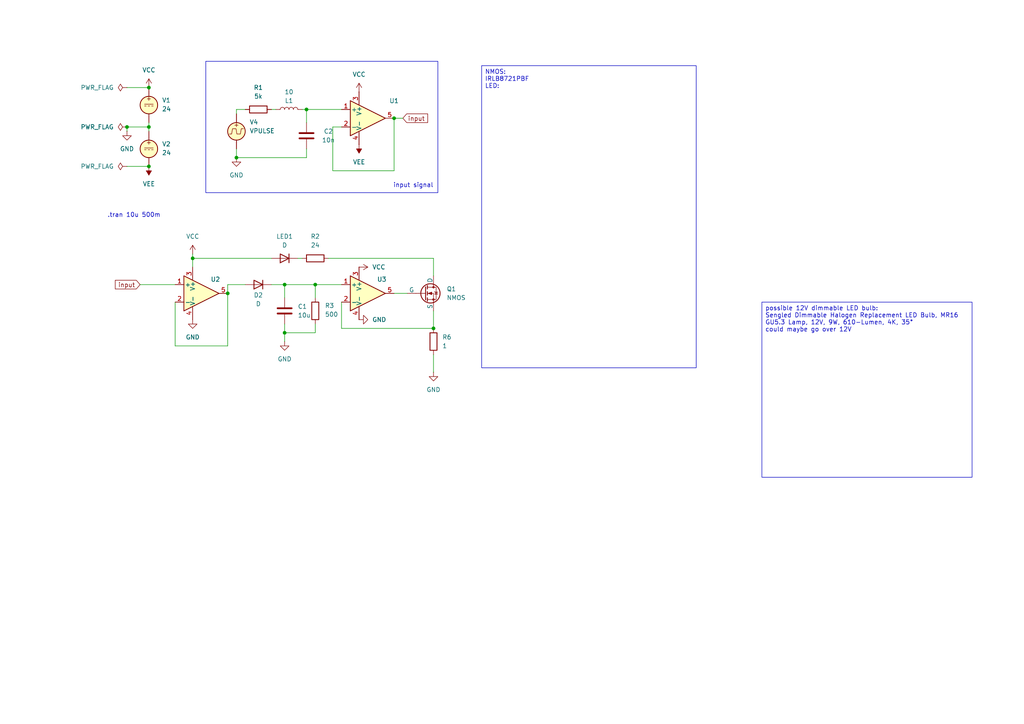
<source format=kicad_sch>
(kicad_sch (version 20231120) (generator "eeschema") (generator_version "8.0")
  (paper "A4")
  (lib_symbols
    (symbol "Device:C" (pin_numbers hide) (pin_names (offset 0.254))
      (property "Reference" "C" (at 0.635 2.54 0))
      (property "Value" "C" (at 0.635 -2.54 0))
      (symbol "C_0_1"
        (polyline (pts (xy -2.032 -0.762) (xy 2.032 -0.762)) (stroke (width 0.508)))
        (polyline (pts (xy -2.032 0.762) (xy 2.032 0.762)) (stroke (width 0.508)))
      )
      (symbol "C_1_1"
        (pin passive line (at 0 3.81 270) (length 2.794) (name "~") (number "1"))
        (pin passive line (at 0 -3.81 90) (length 2.794) (name "~") (number "2"))
      )
    )
    (symbol "Device:D" (pin_numbers hide) (pin_names (offset 1.016) hide)
      (property "Reference" "D" (at 0 2.54 0))
      (property "Value" "D" (at 0 -2.54 0))
      (symbol "D_0_1"
        (polyline (pts (xy -1.27 1.27) (xy -1.27 -1.27)) (stroke (width 0.254)))
        (polyline (pts (xy 1.27 0) (xy -1.27 0)))
        (polyline (pts (xy 1.27 1.27) (xy 1.27 -1.27) (xy -1.27 0) (xy 1.27 1.27)) (stroke (width 0.254)))
      )
      (symbol "D_1_1"
        (pin passive line (at -3.81 0 0) (length 2.54) (name "K") (number "1"))
        (pin passive line (at 3.81 0 180) (length 2.54) (name "A") (number "2"))
      )
    )
    (symbol "Device:L" (pin_numbers hide) (pin_names (offset 1.016) hide)
      (property "Reference" "L" (at -1.27 0 90))
      (property "Value" "L" (at 1.905 0 90))
      (symbol "L_0_1"
        (arc (start 0 -2.54) (mid 0.6323 -1.905) (end 0 -1.27))
        (arc (start 0 -1.27) (mid 0.6323 -0.635) (end 0 0))
        (arc (start 0 0) (mid 0.6323 0.635) (end 0 1.27))
        (arc (start 0 1.27) (mid 0.6323 1.905) (end 0 2.54))
      )
      (symbol "L_1_1"
        (pin passive line (at 0 3.81 270) (length 1.27) (name "1") (number "1"))
        (pin passive line (at 0 -3.81 90) (length 1.27) (name "2") (number "2"))
      )
    )
    (symbol "Device:R" (pin_numbers hide) (pin_names (offset 0))
      (property "Reference" "R" (at 2.032 0 90))
      (property "Value" "R" (at 0 0 90))
      (symbol "R_0_1"
        (rectangle (start -1.016 -2.54) (end 1.016 2.54) (stroke (width 0.254)))
      )
      (symbol "R_1_1"
        (pin passive line (at 0 3.81 270) (length 1.27) (name "~") (number "1"))
        (pin passive line (at 0 -3.81 90) (length 1.27) (name "~") (number "2"))
      )
    )
    (symbol "Simulation_SPICE:NMOS" (pin_numbers hide) (pin_names (offset 0))
      (property "Reference" "Q" (at 5.08 1.27 0))
      (property "Value" "NMOS" (at 5.08 -1.27 0))
      (symbol "NMOS_0_1"
        (polyline (pts (xy 0.254 0) (xy -2.54 0)))
        (polyline (pts (xy 0.254 1.905) (xy 0.254 -1.905)) (stroke (width 0.254)))
        (polyline (pts (xy 0.762 -1.27) (xy 0.762 -2.286)) (stroke (width 0.254)))
        (polyline (pts (xy 0.762 0.508) (xy 0.762 -0.508)) (stroke (width 0.254)))
        (polyline (pts (xy 0.762 2.286) (xy 0.762 1.27)) (stroke (width 0.254)))
        (polyline (pts (xy 2.54 2.54) (xy 2.54 1.778)))
        (polyline (pts (xy 2.54 -2.54) (xy 2.54 0) (xy 0.762 0)))
        (polyline (pts (xy 0.762 -1.778) (xy 3.302 -1.778) (xy 3.302 1.778) (xy 0.762 1.778)))
        (polyline (pts (xy 1.016 0) (xy 2.032 0.381) (xy 2.032 -0.381) (xy 1.016 0)) (fill (type outline)))
        (polyline (pts (xy 2.794 0.508) (xy 2.921 0.381) (xy 3.683 0.381) (xy 3.81 0.254)))
        (polyline (pts (xy 3.302 0.381) (xy 2.921 -0.254) (xy 3.683 -0.254) (xy 3.302 0.381)))
        (circle (center 1.651 0) (radius 2.794) (stroke (width 0.254)))
        (circle (center 2.54 -1.778) (radius 0.254) (fill (type outline)))
        (circle (center 2.54 1.778) (radius 0.254) (fill (type outline)))
      )
      (symbol "NMOS_1_1"
        (pin passive line (at 2.54 5.08 270) (length 2.54) (name "D") (number "1"))
        (pin input line (at -5.08 0 0) (length 2.54) (name "G") (number "2"))
        (pin passive line (at 2.54 -5.08 90) (length 2.54) (name "S") (number "3"))
      )
    )
    (symbol "Simulation_SPICE:OPAMP" (pin_names (offset 0.254))
      (property "Reference" "U" (at 3.81 3.175 0))
      (property "Value" "${SIM.PARAMS}" (at 3.81 -3.175 0))
      (symbol "OPAMP_0_1"
        (polyline (pts (xy 5.08 0) (xy -5.08 5.08) (xy -5.08 -5.08) (xy 5.08 0)) (stroke (width 0.254)) (fill (type background)))
      )
      (symbol "OPAMP_1_1"
        (pin input line (at -7.62 2.54 0) (length 2.54) (name "+") (number "1"))
        (pin input line (at -7.62 -2.54 0) (length 2.54) (name "-") (number "2"))
        (pin power_in line (at -2.54 7.62 270) (length 3.81) (name "V+") (number "3"))
        (pin power_in line (at -2.54 -7.62 90) (length 3.81) (name "V-") (number "4"))
        (pin output line (at 7.62 0 180) (length 2.54) (name "~") (number "5"))
      )
    )
    (symbol "Simulation_SPICE:VDC" (pin_numbers hide) (pin_names (offset 0.0254))
      (property "Reference" "V" (at 2.54 2.54 0))
      (property "Value" "1" (at 2.54 0 0))
      (symbol "VDC_0_0"
        (polyline (pts (xy -1.27 0.254) (xy 1.27 0.254)))
        (polyline (pts (xy -0.762 -0.254) (xy -1.27 -0.254)))
        (polyline (pts (xy 0.254 -0.254) (xy -0.254 -0.254)))
        (polyline (pts (xy 1.27 -0.254) (xy 0.762 -0.254)))
        (text "+" (at 0 1.905 0) (effects (font (size 1.27 1.27))))
      )
      (symbol "VDC_0_1"
        (circle (center 0 0) (radius 2.54) (stroke (width 0.254)) (fill (type background)))
      )
      (symbol "VDC_1_1"
        (pin passive line (at 0 5.08 270) (length 2.54) (name "~") (number "1"))
        (pin passive line (at 0 -5.08 90) (length 2.54) (name "~") (number "2"))
      )
    )
    (symbol "Simulation_SPICE:VPULSE" (pin_numbers hide) (pin_names (offset 0.0254))
      (property "Reference" "V" (at 2.54 2.54 0))
      (property "Value" "VPULSE" (at 2.54 0 0))
      (property "Sim.Params" "y1=0 y2=1 td=2n tr=2n tf=2n tw=50n per=100n" (at 2.54 -2.54 0))
      (symbol "VPULSE_0_0"
        (polyline (pts (xy -2.032 -0.762) (xy -1.397 -0.762) (xy -1.143 0.762) (xy -0.127 0.762) (xy 0.127 -0.762) (xy 1.143 -0.762) (xy 1.397 0.762) (xy 2.032 0.762)))
        (text "+" (at 0 1.905 0) (effects (font (size 1.27 1.27))))
      )
      (symbol "VPULSE_0_1"
        (circle (center 0 0) (radius 2.54) (stroke (width 0.254)) (fill (type background)))
      )
      (symbol "VPULSE_1_1"
        (pin passive line (at 0 5.08 270) (length 2.54) (name "~") (number "1"))
        (pin passive line (at 0 -5.08 90) (length 2.54) (name "~") (number "2"))
      )
    )
    (symbol "power:-5V" (power) (pin_numbers hide) (pin_names (offset 0) hide)
      (property "Value" "-5V" (at 0 3.556 0))
      (symbol "-5V_0_0"
        (pin power_in line (at 0 0 90) (length 0) (name "~") (number "1"))
      )
      (symbol "-5V_0_1"
        (polyline (pts (xy 0 0) (xy 0 1.27) (xy 0.762 1.27) (xy 0 2.54) (xy -0.762 1.27) (xy 0 1.27)) (fill (type outline)))
      )
    )
    (symbol "power:GND" (power) (pin_numbers hide) (pin_names (offset 0) hide)
      (property "Value" "GND" (at 0 -3.81 0))
      (symbol "GND_0_1"
        (polyline (pts (xy 0 0) (xy 0 -1.27) (xy 1.27 -1.27) (xy 0 -2.54) (xy -1.27 -1.27) (xy 0 -1.27)))
      )
      (symbol "GND_1_1"
        (pin power_in line (at 0 0 270) (length 0) (name "~") (number "1"))
      )
    )
    (symbol "power:PWR_FLAG" (power) (pin_numbers hide) (pin_names (offset 0) hide)
      (property "Value" "PWR_FLAG" (at 0 3.81 0))
      (symbol "PWR_FLAG_0_0"
        (pin power_out line (at 0 0 90) (length 0) (name "~") (number "1"))
      )
      (symbol "PWR_FLAG_0_1"
        (polyline (pts (xy 0 0) (xy 0 1.27) (xy -1.016 1.905) (xy 0 2.54) (xy 1.016 1.905) (xy 0 1.27)))
      )
    )
    (symbol "power:VCC" (power) (pin_numbers hide) (pin_names (offset 0) hide)
      (property "Value" "VCC" (at 0 3.556 0))
      (symbol "VCC_0_1"
        (polyline (pts (xy -0.762 1.27) (xy 0 2.54)))
        (polyline (pts (xy 0 0) (xy 0 2.54)))
        (polyline (pts (xy 0 2.54) (xy 0.762 1.27)))
      )
      (symbol "VCC_1_1"
        (pin power_in line (at 0 0 90) (length 0) (name "~") (number "1"))
      )
    )
    (symbol "power:VEE" (power) (pin_numbers hide) (pin_names (offset 0) hide)
      (property "Value" "VEE" (at 0 3.556 0))
      (symbol "VEE_0_1"
        (polyline (pts (xy 0 0) (xy 0 2.54)))
        (polyline (pts (xy 0.762 1.27) (xy -0.762 1.27) (xy 0 2.54) (xy 0.762 1.27)) (fill (type outline)))
      )
      (symbol "VEE_1_1"
        (pin power_in line (at 0 0 90) (length 0) (name "~") (number "1"))
      )
    )
  )
  (junction (at 43.18 36.83))
  (junction (at 43.18 25.4))
  (junction (at 82.55 96.52))
  (junction (at 43.18 48.26))
  (junction (at 66.04 85.09))
  (junction (at 68.58 45.72))
  (junction (at 91.44 82.55))
  (junction (at 36.83 36.83))
  (junction (at 125.73 95.25))
  (junction (at 114.3 34.29))
  (junction (at 55.88 74.93))
  (junction (at 82.55 82.55))
  (junction (at 88.9 31.75))
  (wire (pts (xy 96.52 36.83) (xy 96.52 49.53)))
  (wire (pts (xy 68.58 43.18) (xy 68.58 45.72)))
  (wire (pts (xy 96.52 49.53) (xy 114.3 49.53)))
  (wire (pts (xy 78.74 31.75) (xy 80.01 31.75)))
  (wire (pts (xy 125.73 74.93) (xy 125.73 80.01)))
  (wire (pts (xy 91.44 82.55) (xy 91.44 86.36)))
  (wire (pts (xy 99.06 87.63) (xy 99.06 95.25)))
  (wire (pts (xy 36.83 25.4) (xy 43.18 25.4)))
  (wire (pts (xy 95.25 74.93) (xy 125.73 74.93)))
  (wire (pts (xy 99.06 36.83) (xy 96.52 36.83)))
  (wire (pts (xy 88.9 43.18) (xy 88.9 45.72)))
  (wire (pts (xy 82.55 82.55) (xy 91.44 82.55)))
  (wire (pts (xy 88.9 35.56) (xy 88.9 31.75)))
  (wire (pts (xy 66.04 82.55) (xy 71.12 82.55)))
  (wire (pts (xy 55.88 74.93) (xy 55.88 77.47)))
  (wire (pts (xy 114.3 34.29) (xy 116.84 34.29)))
  (wire (pts (xy 68.58 31.75) (xy 71.12 31.75)))
  (wire (pts (xy 43.18 36.83) (xy 36.83 36.83)))
  (wire (pts (xy 82.55 99.06) (xy 82.55 96.52)))
  (wire (pts (xy 91.44 96.52) (xy 91.44 93.98)))
  (wire (pts (xy 86.36 74.93) (xy 87.63 74.93)))
  (wire (pts (xy 78.74 82.55) (xy 82.55 82.55)))
  (wire (pts (xy 82.55 96.52) (xy 91.44 96.52)))
  (wire (pts (xy 91.44 82.55) (xy 99.06 82.55)))
  (wire (pts (xy 87.63 31.75) (xy 88.9 31.75)))
  (wire (pts (xy 66.04 85.09) (xy 66.04 82.55)))
  (wire (pts (xy 55.88 73.66) (xy 55.88 74.93)))
  (wire (pts (xy 114.3 34.29) (xy 114.3 49.53)))
  (wire (pts (xy 125.73 90.17) (xy 125.73 95.25)))
  (wire (pts (xy 36.83 36.83) (xy 36.83 38.1)))
  (wire (pts (xy 68.58 31.75) (xy 68.58 33.02)))
  (wire (pts (xy 66.04 100.33) (xy 66.04 85.09)))
  (wire (pts (xy 125.73 102.87) (xy 125.73 107.95)))
  (wire (pts (xy 50.8 100.33) (xy 66.04 100.33)))
  (wire (pts (xy 82.55 86.36) (xy 82.55 82.55)))
  (wire (pts (xy 43.18 35.56) (xy 43.18 36.83)))
  (wire (pts (xy 114.3 85.09) (xy 118.11 85.09)))
  (wire (pts (xy 88.9 31.75) (xy 99.06 31.75)))
  (wire (pts (xy 40.64 82.55) (xy 50.8 82.55)))
  (wire (pts (xy 36.83 48.26) (xy 43.18 48.26)))
  (wire (pts (xy 50.8 87.63) (xy 50.8 100.33)))
  (wire (pts (xy 55.88 74.93) (xy 78.74 74.93)))
  (wire (pts (xy 82.55 96.52) (xy 82.55 93.98)))
  (wire (pts (xy 99.06 95.25) (xy 125.73 95.25)))
  (wire (pts (xy 68.58 45.72) (xy 88.9 45.72)))
  (wire (pts (xy 43.18 36.83) (xy 43.18 38.1)))
  (rectangle (start 59.69 17.78) (end 127 55.88))
  (text_box "possible 12V dimmable LED bulb:\nSengled Dimmable Halogen Replacement LED Bulb, MR16 GU5.3 Lamp, 12V, 9W, 610-Lumen, 4K, 35°\ncould maybe go over 12V" (at 220.98 87.63 0) (size 60.96 50.8) (effects (font (size 1.27 1.27)) (justify left top)))
  (text_box "NMOS:\nIRLB8721PBF\nLED:" (at 139.7 19.05 0) (size 62.23 87.63) (effects (font (size 1.27 1.27)) (justify left top)))
  (text "input signal" (at 119.888 53.848 0) (effects (font (size 1.27 1.27))))
  (text ".tran 10u 500m" (at 38.862 62.484 0) (effects (font (size 1.27 1.27))))
  (global_label "input" (shape input) (at 40.64 82.55 180) (property "Intersheetrefs" "${INTERSHEET_REFS}" (effects (hide yes))))
  (global_label "input" (shape input) (at 116.84 34.29 0) (property "Intersheetrefs" "${INTERSHEET_REFS}" (effects (hide yes))))
  (symbol (lib_id "power:VEE") (at 43.18 48.26 180) (unit 1)
    (property "Reference" "#PWR04" (effects (hide yes)))
    (property "Value" "VEE" (at 43.18 53.34 0))
    (property "Description" "Power symbol creates a global label with name \"VEE\"" (effects (hide yes)))
  )
  (symbol (lib_id "power:VCC") (at 104.14 26.67 0) (unit 1)
    (property "Reference" "#PWR010" (effects (hide yes)))
    (property "Value" "VCC" (at 104.14 21.59 0))
    (property "Description" "Power symbol creates a global label with name \"VCC\"" (effects (hide yes)))
  )
  (symbol (lib_id "power:GND") (at 55.88 92.71 0) (unit 1)
    (property "Reference" "#PWR09" (effects (hide yes)))
    (property "Value" "GND" (at 55.88 97.79 0))
    (property "Description" "Power symbol creates a global label with name \"GND\" , ground" (effects (hide yes)))
  )
  (symbol (lib_id "power:GND") (at 36.83 38.1 0) (unit 1)
    (property "Reference" "#PWR02" (effects (hide yes)))
    (property "Value" "GND" (at 36.83 43.18 0))
    (property "Description" "Power symbol creates a global label with name \"GND\" , ground" (effects (hide yes)))
  )
  (symbol (lib_id "Device:L") (at 83.82 31.75 90) (unit 1)
    (property "Reference" "L1" (at 83.82 29.21 90))
    (property "Value" "10" (at 83.82 26.67 90))
    (property "Description" "Inductor" (effects (hide yes)))
  )
  (symbol (lib_id "power:VCC") (at 43.18 25.4 0) (unit 1)
    (property "Reference" "#PWR03" (effects (hide yes)))
    (property "Value" "VCC" (at 43.18 20.32 0))
    (property "Description" "Power symbol creates a global label with name \"VCC\"" (effects (hide yes)))
  )
  (symbol (lib_id "Simulation_SPICE:VDC") (at 43.18 43.18 0) (unit 1)
    (property "Reference" "V2" (at 46.99 41.7801 0) (effects (justify left)))
    (property "Value" "24" (at 46.99 44.3201 0) (effects (justify left)))
    (property "Datasheet" "https://ngspice.sourceforge.io/docs/ngspice-html-manual/manual.xhtml#sec_Independent_Sources_for" (effects (hide yes)))
    (property "Description" "Voltage source, DC" (effects (hide yes)))
    (property "Sim.Pins" "1=+ 2=-" (effects (hide yes)))
    (property "Sim.Type" "DC" (effects (hide yes)))
    (property "Sim.Device" "V" (effects (hide yes)))
  )
  (symbol (lib_id "Device:C") (at 82.55 90.17 0) (unit 1)
    (property "Reference" "C1" (at 86.36 88.8999 0) (effects (justify left)))
    (property "Value" "10u" (at 86.36 91.4399 0) (effects (justify left)))
    (property "Description" "Unpolarized capacitor" (effects (hide yes)))
  )
  (symbol (lib_id "Device:C") (at 88.9 39.37 0) (unit 1)
    (property "Reference" "C2" (at 95.25 38.1 0))
    (property "Value" "10n" (at 95.25 40.64 0))
    (property "Description" "Unpolarized capacitor" (effects (hide yes)))
  )
  (symbol (lib_id "Simulation_SPICE:VPULSE") (at 68.58 38.1 0) (unit 1)
    (property "Reference" "V4" (at 72.39 35.4301 0) (effects (justify left)))
    (property "Value" "VPULSE" (at 72.39 37.9701 0) (effects (justify left)))
    (property "Datasheet" "https://ngspice.sourceforge.io/docs/ngspice-html-manual/manual.xhtml#sec_Independent_Sources_for" (effects (hide yes)))
    (property "Description" "Voltage source, pulse" (effects (hide yes)))
    (property "Sim.Pins" "1=+ 2=-" (effects (hide yes)))
    (property "Sim.Type" "PULSE" (effects (hide yes)))
    (property "Sim.Device" "V" (effects (hide yes)))
    (property "Sim.Params" "y1=0 y2=1 td=0 tr=2n tf=2n tw=1ms" (effects (hide yes)))
  )
  (symbol (lib_id "power:GND") (at 125.73 107.95 0) (unit 1)
    (property "Reference" "#PWR014" (effects (hide yes)))
    (property "Value" "GND" (at 125.73 113.03 0))
    (property "Description" "Power symbol creates a global label with name \"GND\" , ground" (effects (hide yes)))
  )
  (symbol (lib_id "power:-5V") (at 104.14 41.91 180) (unit 1)
    (property "Reference" "#PWR011" (effects (hide yes)))
    (property "Value" "VEE" (at 104.14 46.99 0))
    (property "Description" "Power symbol creates a global label with name \"-5V\"" (effects (hide yes)))
  )
  (symbol (lib_id "Simulation_SPICE:OPAMP") (at 106.68 34.29 0) (unit 1)
    (property "Reference" "U1" (at 114.3 29.2414 0))
    (property "Value" "${SIM.PARAMS}" (at 114.3 31.1465 0))
    (property "Datasheet" "https://ngspice.sourceforge.io/docs/ngspice-html-manual/manual.xhtml#sec__SUBCKT_Subcircuits" (effects (hide yes)))
    (property "Description" "Operational amplifier, single, node sequence=1:+ 2:- 3:OUT 4:V+ 5:V-" (effects (hide yes)))
    (property "Sim.Pins" "1=in+ 2=in- 3=vcc 4=vee 5=out" (effects (hide yes)))
    (property "Sim.Device" "SUBCKT" (effects (hide yes)))
    (property "Sim.Library" "${KICAD8_SYMBOL_DIR}/Simulation_SPICE.sp" (effects (hide yes)))
    (property "Sim.Name" "kicad_builtin_opamp" (effects (hide yes)))
  )
  (symbol (lib_id "power:VCC") (at 55.88 73.66 0) (unit 1)
    (property "Reference" "#PWR08" (effects (hide yes)))
    (property "Value" "VCC" (at 55.88 68.58 0))
    (property "Description" "Power symbol creates a global label with name \"VCC\"" (effects (hide yes)))
  )
  (symbol (lib_id "power:GND") (at 68.58 45.72 0) (unit 1)
    (property "Reference" "#PWR05" (effects (hide yes)))
    (property "Value" "GND" (at 68.58 50.8 0))
    (property "Description" "Power symbol creates a global label with name \"GND\" , ground" (effects (hide yes)))
  )
  (symbol (lib_id "power:GND") (at 104.14 92.71 90) (unit 1)
    (property "Reference" "#PWR07" (effects (hide yes)))
    (property "Value" "GND" (at 107.95 92.7099 90) (effects (justify right)))
    (property "Description" "Power symbol creates a global label with name \"GND\" , ground" (effects (hide yes)))
  )
  (symbol (lib_id "Simulation_SPICE:VDC") (at 43.18 30.48 0) (unit 1)
    (property "Reference" "V1" (at 46.99 29.0801 0) (effects (justify left)))
    (property "Value" "24" (at 46.99 31.6201 0) (effects (justify left)))
    (property "Datasheet" "https://ngspice.sourceforge.io/docs/ngspice-html-manual/manual.xhtml#sec_Independent_Sources_for" (effects (hide yes)))
    (property "Description" "Voltage source, DC" (effects (hide yes)))
    (property "Sim.Pins" "1=+ 2=-" (effects (hide yes)))
    (property "Sim.Type" "DC" (effects (hide yes)))
    (property "Sim.Device" "V" (effects (hide yes)))
  )
  (symbol (lib_id "power:PWR_FLAG") (at 36.83 48.26 90) (unit 1)
    (property "Reference" "#FLG03" (effects (hide yes)))
    (property "Value" "PWR_FLAG" (at 33.02 48.2599 90) (effects (justify left)))
    (property "Description" "Special symbol for telling ERC where power comes from" (effects (hide yes)))
  )
  (symbol (lib_id "Device:R") (at 125.73 99.06 0) (unit 1)
    (property "Reference" "R6" (at 128.27 97.7899 0) (effects (justify left)))
    (property "Value" "1" (at 128.27 100.3299 0) (effects (justify left)))
    (property "Description" "Resistor" (effects (hide yes)))
  )
  (symbol (lib_id "Device:R") (at 91.44 90.17 0) (unit 1)
    (property "Reference" "R3" (at 94.234 88.646 0) (effects (justify left)))
    (property "Value" "500" (at 94.234 91.186 0) (effects (justify left)))
    (property "Description" "Resistor" (effects (hide yes)))
  )
  (symbol (lib_id "Device:R") (at 91.44 74.93 90) (unit 1)
    (property "Reference" "R2" (at 91.44 68.58 90))
    (property "Value" "24" (at 91.44 71.12 90))
    (property "Description" "Resistor" (effects (hide yes)))
  )
  (symbol (lib_id "Simulation_SPICE:OPAMP") (at 106.68 85.09 0) (unit 1)
    (property "Reference" "U3" (at 110.744 81.026 0))
    (property "Value" "${SIM.PARAMS}" (at 114.3 81.9465 0))
    (property "Datasheet" "https://ngspice.sourceforge.io/docs/ngspice-html-manual/manual.xhtml#sec__SUBCKT_Subcircuits" (effects (hide yes)))
    (property "Description" "Operational amplifier, single, node sequence=1:+ 2:- 3:OUT 4:V+ 5:V-" (effects (hide yes)))
    (property "Sim.Pins" "1=in+ 2=in- 3=vcc 4=vee 5=out" (effects (hide yes)))
    (property "Sim.Device" "SUBCKT" (effects (hide yes)))
    (property "Sim.Library" "${KICAD8_SYMBOL_DIR}/Simulation_SPICE.sp" (effects (hide yes)))
    (property "Sim.Name" "kicad_builtin_opamp" (effects (hide yes)))
  )
  (symbol (lib_id "power:PWR_FLAG") (at 36.83 25.4 90) (unit 1)
    (property "Reference" "#FLG01" (effects (hide yes)))
    (property "Value" "PWR_FLAG" (at 33.02 25.3999 90) (effects (justify left)))
    (property "Description" "Special symbol for telling ERC where power comes from" (effects (hide yes)))
  )
  (symbol (lib_id "power:PWR_FLAG") (at 36.83 36.83 90) (unit 1)
    (property "Reference" "#FLG02" (effects (hide yes)))
    (property "Value" "PWR_FLAG" (at 33.02 36.8299 90) (effects (justify left)))
    (property "Description" "Special symbol for telling ERC where power comes from" (effects (hide yes)))
  )
  (symbol (lib_id "power:VCC") (at 104.14 77.47 270) (unit 1)
    (property "Reference" "#PWR01" (effects (hide yes)))
    (property "Value" "VCC" (at 107.95 77.4699 90) (effects (justify left)))
    (property "Description" "Power symbol creates a global label with name \"VCC\"" (effects (hide yes)))
  )
  (symbol (lib_id "Simulation_SPICE:OPAMP") (at 58.42 85.09 0) (unit 1)
    (property "Reference" "U2" (at 62.484 81.026 0))
    (property "Value" "${SIM.PARAMS}" (at 66.04 81.9465 0))
    (property "Datasheet" "https://ngspice.sourceforge.io/docs/ngspice-html-manual/manual.xhtml#sec__SUBCKT_Subcircuits" (effects (hide yes)))
    (property "Description" "Operational amplifier, single, node sequence=1:+ 2:- 3:OUT 4:V+ 5:V-" (effects (hide yes)))
    (property "Sim.Pins" "1=in+ 2=in- 3=vcc 4=vee 5=out" (effects (hide yes)))
    (property "Sim.Device" "SUBCKT" (effects (hide yes)))
    (property "Sim.Library" "${KICAD8_SYMBOL_DIR}/Simulation_SPICE.sp" (effects (hide yes)))
    (property "Sim.Name" "kicad_builtin_opamp" (effects (hide yes)))
  )
  (symbol (lib_id "Device:D") (at 82.55 74.93 180) (unit 1)
    (property "Reference" "LED1" (at 82.55 68.58 0))
    (property "Value" "D" (at 82.55 71.12 0))
    (property "Description" "Diode" (effects (hide yes)))
    (property "Sim.Device" "D" (effects (hide yes)))
    (property "Sim.Pins" "1=K 2=A" (effects (hide yes)))
  )
  (symbol (lib_id "Device:D") (at 74.93 82.55 180) (unit 1)
    (property "Reference" "D2" (at 74.93 85.598 0))
    (property "Value" "D" (at 74.93 88.138 0))
    (property "Description" "Diode" (effects (hide yes)))
    (property "Sim.Device" "D" (effects (hide yes)))
    (property "Sim.Pins" "1=K 2=A" (effects (hide yes)))
  )
  (symbol (lib_id "power:GND") (at 82.55 99.06 0) (unit 1)
    (property "Reference" "#PWR06" (effects (hide yes)))
    (property "Value" "GND" (at 82.55 104.14 0))
    (property "Description" "Power symbol creates a global label with name \"GND\" , ground" (effects (hide yes)))
  )
  (symbol (lib_id "Simulation_SPICE:NMOS") (at 123.19 85.09 0) (unit 1)
    (property "Reference" "Q1" (at 129.54 83.8199 0) (effects (justify left)))
    (property "Value" "NMOS" (at 129.54 86.3599 0) (effects (justify left)))
    (property "Datasheet" "https://ngspice.sourceforge.io/docs/ngspice-html-manual/manual.xhtml#cha_MOSFETs" (effects (hide yes)))
    (property "Description" "N-MOSFET transistor, drain/source/gate" (effects (hide yes)))
    (property "Sim.Device" "NMOS" (effects (hide yes)))
    (property "Sim.Type" "VDMOS" (effects (hide yes)))
    (property "Sim.Pins" "1=D 2=G 3=S" (effects (hide yes)))
    (property "Sim.Params" "vto=1" (effects (hide yes)))
  )
  (symbol (lib_id "Device:R") (at 74.93 31.75 90) (unit 1)
    (property "Reference" "R1" (at 74.93 25.4 90))
    (property "Value" "5k" (at 74.93 27.94 90))
    (property "Description" "Resistor" (effects (hide yes)))
  )
)
</source>
